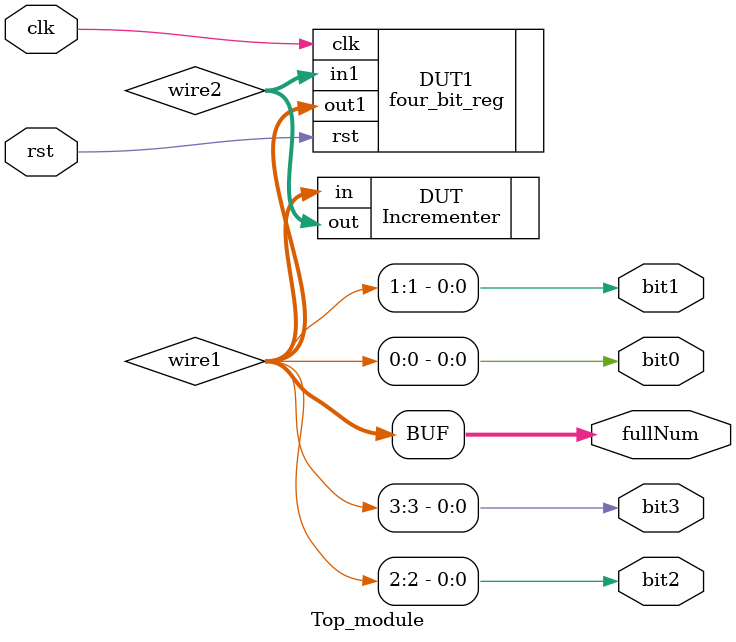
<source format=v>
`timescale 1ns / 1ps


module Top_module #(parameter N=4)(clk, rst, bit0, bit1, bit2, bit3, fullNum);
input clk,rst; 
output bit0, bit1, bit2, bit3;
output [N-1:0] fullNum;
wire [N-1:0] wire1; 
wire [N-1:0] wire2; 

Incrementer DUT (.in(wire1), .out(wire2));

four_bit_reg DUT1 (.clk(clk), .rst(rst), .in1(wire2), .out1(wire1));

assign bit0 = wire1[0];
assign bit1 = wire1[1];
assign bit2 = wire1[2];
assign bit3 = wire1[3];
assign fullNum = wire1;
endmodule

</source>
